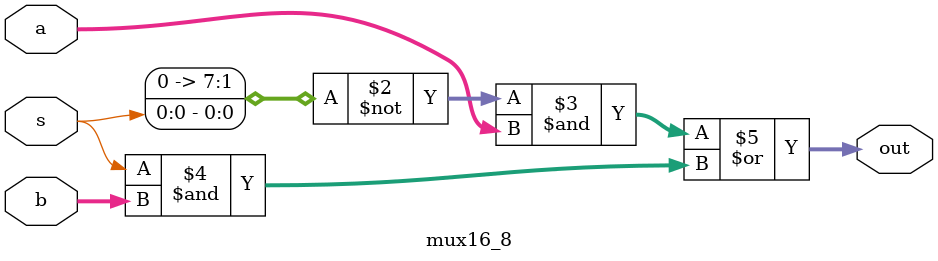
<source format=v>
`timescale 1ns / 1ps
module mux16_8(
    input [7:0] a,
    input [7:0] b,
    input s,
    output [7:0] out
    );
assign out = ~s & a | s & b;

endmodule

</source>
